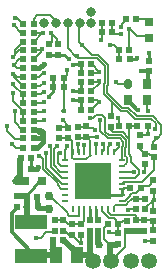
<source format=gbl>
G04 Layer_Physical_Order=4*
G04 Layer_Color=16711680*
%FSLAX24Y24*%
%MOIN*%
G70*
G01*
G75*
%ADD10R,0.0236X0.0217*%
%ADD14R,0.0217X0.0236*%
%ADD24C,0.0118*%
%ADD25C,0.0051*%
%ADD26C,0.0150*%
%ADD27C,0.0079*%
%ADD29C,0.0080*%
%ADD30C,0.0100*%
%ADD32C,0.0050*%
%ADD33C,0.0052*%
%ADD34C,0.0060*%
%ADD36C,0.0300*%
%ADD37C,0.0530*%
%ADD38C,0.0330*%
%ADD39C,0.0170*%
%ADD40C,0.0200*%
G04:AMPARAMS|DCode=41|XSize=33.5mil|YSize=25.6mil|CornerRadius=6.4mil|HoleSize=0mil|Usage=FLASHONLY|Rotation=90.000|XOffset=0mil|YOffset=0mil|HoleType=Round|Shape=RoundedRectangle|*
%AMROUNDEDRECTD41*
21,1,0.0335,0.0128,0,0,90.0*
21,1,0.0207,0.0256,0,0,90.0*
1,1,0.0128,0.0064,0.0103*
1,1,0.0128,0.0064,-0.0103*
1,1,0.0128,-0.0064,-0.0103*
1,1,0.0128,-0.0064,0.0103*
%
%ADD41ROUNDEDRECTD41*%
%ADD42R,0.0256X0.0335*%
%ADD43R,0.0300X0.0300*%
%ADD44R,0.0300X0.0300*%
%ADD45R,0.1071X0.0508*%
%ADD46R,0.0445X0.0579*%
%ADD47R,0.0197X0.0197*%
%ADD48R,0.1220X0.1220*%
%ADD49R,0.0098X0.0236*%
%ADD50R,0.0236X0.0098*%
%ADD51C,0.0120*%
D10*
X5768Y7098D02*
D03*
Y7453D02*
D03*
X1382Y2575D02*
D03*
Y2929D02*
D03*
X2759Y7652D02*
D03*
Y8006D02*
D03*
X2457Y7645D02*
D03*
Y7999D02*
D03*
X5470Y4623D02*
D03*
Y4977D02*
D03*
X5350Y2493D02*
D03*
Y2847D02*
D03*
X5645Y3993D02*
D03*
Y4347D02*
D03*
X3094Y5224D02*
D03*
Y4870D02*
D03*
X2783Y5217D02*
D03*
Y4862D02*
D03*
X3695Y5262D02*
D03*
Y4908D02*
D03*
X3400Y5257D02*
D03*
Y4903D02*
D03*
X5620Y1772D02*
D03*
Y2127D02*
D03*
X5330Y1773D02*
D03*
Y2127D02*
D03*
X5910Y1453D02*
D03*
Y1807D02*
D03*
X4743Y1340D02*
D03*
Y1695D02*
D03*
X5042Y1768D02*
D03*
Y2123D02*
D03*
X3508Y1650D02*
D03*
Y2004D02*
D03*
X3213Y1654D02*
D03*
Y2008D02*
D03*
X2921Y1780D02*
D03*
Y2134D02*
D03*
X3803Y1776D02*
D03*
Y2130D02*
D03*
X4091Y1772D02*
D03*
Y2126D02*
D03*
X5640Y2493D02*
D03*
Y2847D02*
D03*
X5915Y3462D02*
D03*
Y3108D02*
D03*
D14*
X1583Y6618D02*
D03*
X1937D02*
D03*
X1583Y6913D02*
D03*
X1937D02*
D03*
X1583Y5453D02*
D03*
X1937D02*
D03*
X1580Y8680D02*
D03*
X1934D02*
D03*
X1857Y4200D02*
D03*
X1503D02*
D03*
X1839Y3858D02*
D03*
X1484D02*
D03*
X2059Y2917D02*
D03*
X1705D02*
D03*
X2067Y2610D02*
D03*
X1713D02*
D03*
X2925Y1488D02*
D03*
X2571D02*
D03*
X1580Y4860D02*
D03*
X1934D02*
D03*
X3498Y6142D02*
D03*
X3852D02*
D03*
X3497Y6429D02*
D03*
X3852D02*
D03*
X3500Y6728D02*
D03*
X3854D02*
D03*
X3500Y7331D02*
D03*
X3854D02*
D03*
X2594Y6579D02*
D03*
X2949D02*
D03*
X2594Y6874D02*
D03*
X2949D02*
D03*
X3500Y7031D02*
D03*
X3854D02*
D03*
X1583Y4550D02*
D03*
X1937D02*
D03*
X1583Y5752D02*
D03*
X1937D02*
D03*
X1583Y6331D02*
D03*
X1937D02*
D03*
X1583Y6043D02*
D03*
X1937D02*
D03*
X1583Y7496D02*
D03*
X1937D02*
D03*
X1583Y7799D02*
D03*
X1937D02*
D03*
X1583Y8087D02*
D03*
X1937D02*
D03*
X1583Y8382D02*
D03*
X1937D02*
D03*
X1583Y7201D02*
D03*
X1937D02*
D03*
X1580Y5150D02*
D03*
X1934D02*
D03*
X4197Y8406D02*
D03*
X4551D02*
D03*
X4200Y8694D02*
D03*
X4554D02*
D03*
X3496Y5825D02*
D03*
X3851D02*
D03*
X4772Y7815D02*
D03*
X5126D02*
D03*
X4776Y7516D02*
D03*
X5130D02*
D03*
X5394Y5276D02*
D03*
X5749D02*
D03*
X4773Y5275D02*
D03*
X5127D02*
D03*
X4403Y1994D02*
D03*
X4757D02*
D03*
X4112Y1313D02*
D03*
X4466D02*
D03*
X5357Y8830D02*
D03*
X5003D02*
D03*
X5158Y3225D02*
D03*
X5512D02*
D03*
D24*
X5756Y6717D02*
Y7098D01*
X5528D02*
X5756D01*
X5527Y7097D02*
X5528Y7098D01*
X5756D02*
X5768D01*
X5071Y6138D02*
X5390Y5819D01*
X5071Y6138D02*
Y6150D01*
X5720Y6681D02*
X5756Y6717D01*
D25*
X5132Y8514D02*
X5363Y8283D01*
X5723Y4977D02*
X5758Y5012D01*
X5126Y7815D02*
Y8504D01*
X5915Y3110D02*
X5930Y3095D01*
X5910Y2820D02*
X5920Y2830D01*
X5910Y2810D02*
Y2820D01*
X4757Y1977D02*
X4903Y2123D01*
X4739Y1688D02*
X4757Y1706D01*
X3423Y4880D02*
X3695D01*
X3224Y4366D02*
Y4402D01*
X4597Y2209D02*
X4784Y2021D01*
X4210Y2441D02*
Y2530D01*
X4465Y1736D02*
X4506Y1695D01*
X2354Y1731D02*
X2642D01*
X2000Y1547D02*
X2169D01*
X1231Y7579D02*
X1451Y7799D01*
X4543Y8685D02*
X4551Y8677D01*
Y8425D02*
X4634Y8343D01*
X4551Y8677D02*
Y8702D01*
X4130Y6707D02*
Y6764D01*
X4110Y6071D02*
X4116Y6065D01*
X4039Y6142D02*
X4110Y6071D01*
X3893Y5804D02*
Y5853D01*
X2717Y8000D02*
Y8163D01*
X2440Y8000D02*
X2530Y8090D01*
X2891Y5789D02*
X2949Y5847D01*
X4201Y8406D02*
Y8673D01*
X4197Y8681D02*
X4211Y8695D01*
X4197Y8128D02*
Y8406D01*
X4735Y5545D02*
X4773Y5507D01*
X3697Y5257D02*
X3700Y5260D01*
X4866Y3161D02*
X4930Y3225D01*
X5323Y1772D02*
X5331D01*
X3400Y5257D02*
X3697D01*
X2815Y5248D02*
X3130D01*
X2945Y1811D02*
X3102Y1654D01*
X1811Y4157D02*
X1839Y4130D01*
X1260Y6680D02*
Y6710D01*
Y6653D02*
Y6680D01*
Y6653D02*
X1583Y6331D01*
X5910Y2457D02*
Y2800D01*
X5920Y2810D01*
X5834Y2724D02*
X5910Y2800D01*
X5834Y2708D02*
Y2724D01*
X5789Y2663D02*
X5834Y2708D01*
X5773Y2663D02*
X5789D01*
X5640Y2530D02*
X5773Y2663D01*
X5640Y2493D02*
Y2530D01*
X5930Y2820D02*
Y3095D01*
X3508Y1412D02*
X3510Y1410D01*
X3508Y1412D02*
Y1650D01*
X3456Y1410D02*
X3490D01*
X3213Y1654D02*
X3456Y1410D01*
X5620Y2127D02*
X5913D01*
X5386Y2071D02*
X5398Y2083D01*
X4210Y2441D02*
X4442Y2209D01*
X3700Y5224D02*
X3902D01*
X5920Y4580D02*
Y4755D01*
X3533Y7991D02*
X3879Y7644D01*
X3440Y8069D02*
Y8750D01*
Y8069D02*
X3535Y7974D01*
X3359Y7605D02*
X3421Y7543D01*
X3071Y7869D02*
X3350Y7590D01*
X3071Y7869D02*
Y8701D01*
X5910Y1820D02*
Y2103D01*
X5913Y2127D02*
X5920Y2120D01*
X3398Y4674D02*
X3421Y4650D01*
Y4402D02*
Y4650D01*
X1029Y5253D02*
X1038Y5262D01*
X5394Y5265D02*
X5425D01*
X5767Y3292D02*
X5950Y3475D01*
X5356Y3031D02*
X5531Y3206D01*
X3618Y4402D02*
Y4649D01*
X5935Y3950D02*
Y4255D01*
X5470Y4510D02*
X5650Y4330D01*
X4020Y4402D02*
Y4680D01*
X1329Y8911D02*
X1563Y8677D01*
X5360Y2845D02*
X5660D01*
X2358Y3891D02*
Y4378D01*
X4413Y4561D02*
X4525Y4673D01*
X5757Y8733D02*
X5785Y8705D01*
X5690Y8830D02*
X5775Y8745D01*
X2468Y4594D02*
X2527Y4536D01*
X4752Y7803D02*
X4776Y7780D01*
X2720Y4598D02*
Y4610D01*
X4894Y4146D02*
Y4591D01*
X2760Y4028D02*
Y4394D01*
X3209Y2004D02*
X3508D01*
X3205Y2008D02*
X3209Y2004D01*
X2917Y2161D02*
X3071Y2008D01*
X1200Y4690D02*
X1340Y4550D01*
X5936Y3821D02*
Y3952D01*
X5534Y3419D02*
X5936Y3821D01*
X4927Y3419D02*
X5534D01*
X4543Y8433D02*
X4551Y8425D01*
Y8461D02*
X4555Y8457D01*
X4543Y8468D02*
X4551Y8461D01*
Y8677D02*
X4555Y8673D01*
X4551Y8461D02*
Y8677D01*
Y8425D02*
Y8461D01*
Y8406D02*
Y8425D01*
Y8702D02*
X4552Y8703D01*
X4197Y8406D02*
Y8681D01*
X5628Y3735D02*
X5645Y3752D01*
Y3993D01*
X1240Y6097D02*
X1565Y5772D01*
X1240Y6097D02*
Y6387D01*
X1583Y6063D02*
Y6331D01*
Y6063D02*
X1585Y6065D01*
X5137Y5265D02*
X5175D01*
X5185Y5276D01*
X5171Y5262D02*
X5175Y5265D01*
X5185Y5276D02*
X5394D01*
X5737Y5012D02*
Y5275D01*
X5470Y4977D02*
X5723D01*
X4280Y4465D02*
Y4649D01*
X4017Y4682D02*
X4020Y4680D01*
X5620Y2106D02*
Y2127D01*
X5314Y1768D02*
X5318Y1772D01*
X5314Y1768D02*
X5314Y1768D01*
X4853Y8566D02*
X4875Y8588D01*
Y8680D01*
X3531Y7991D02*
X3533D01*
X3421Y7543D02*
X4035D01*
X2949Y5847D02*
Y6579D01*
X2628Y4506D02*
X2720Y4598D01*
X2628Y4263D02*
Y4506D01*
X2598Y4233D02*
X2628Y4263D01*
X2598Y3965D02*
Y4233D01*
X2968Y4492D02*
X3035Y4559D01*
X2968Y4437D02*
Y4492D01*
Y4437D02*
X2969Y4437D01*
Y4146D02*
Y4437D01*
X1307Y7661D02*
Y7811D01*
X1451Y7799D02*
X1583D01*
X4866Y3752D02*
X5272D01*
X5299D01*
X5180Y4084D02*
X5442Y3822D01*
X5180Y4084D02*
Y4250D01*
X4397Y4863D02*
X4814D01*
X4323Y5080D02*
X4439Y4964D01*
X4855D01*
X4595Y5065D02*
X4897D01*
X4505Y5155D02*
X4595Y5065D01*
X4894Y4591D02*
X4919Y4617D01*
Y4757D01*
X4814Y4863D02*
X4919Y4757D01*
X5096Y4334D02*
X5180Y4250D01*
X5096Y4334D02*
Y4507D01*
X5121Y4533D01*
Y4850D01*
X5096Y4875D02*
X5121Y4850D01*
X2118Y4291D02*
X2154D01*
X2257Y4188D01*
Y3849D02*
Y4188D01*
X2497Y3923D02*
Y4275D01*
X2527Y4305D02*
Y4536D01*
X2497Y4275D02*
X2527Y4305D01*
X2598Y3965D02*
X2811Y3752D01*
X2257Y3849D02*
X2736Y3370D01*
X2358Y3891D02*
X2891Y3358D01*
X2497Y3923D02*
X2865Y3555D01*
X2811Y3752D02*
X2968D01*
X2760Y4028D02*
X2839Y3949D01*
X2968D01*
X5089Y2482D02*
X5100Y2493D01*
X5350D01*
X4602Y2512D02*
X4610D01*
Y2530D01*
X4597Y2585D02*
X4655Y2643D01*
X5016D01*
X5060Y2687D01*
Y2695D01*
X5212Y2847D01*
X5350D01*
X5201Y3031D02*
X5356D01*
X5156Y2987D02*
X5201Y3031D01*
X4509Y2310D02*
X5185D01*
X4442Y2209D02*
X4597D01*
X4903Y2123D02*
X5042D01*
X4989Y2768D02*
X5156Y2935D01*
X4866Y2768D02*
X4989D01*
X4413Y2406D02*
X4509Y2310D01*
X4506Y1695D02*
X4743D01*
X4757Y1977D02*
Y1994D01*
Y1706D02*
Y1977D01*
X5339Y2130D02*
X5606D01*
X5348Y2149D02*
Y2275D01*
X5314Y2309D02*
X5348Y2275D01*
X5186Y2309D02*
X5314D01*
X5185Y2310D02*
X5186Y2309D01*
X1264Y7315D02*
X1445Y7496D01*
X1264Y7315D02*
X1378Y7201D01*
X3059Y6984D02*
Y7150D01*
X2949Y6874D02*
X3059Y6984D01*
X3879Y7644D02*
X4077D01*
X4035Y7543D02*
X4296Y7283D01*
X4077Y7644D02*
X4397Y7325D01*
X4083Y7031D02*
X4122Y7071D01*
X4138Y7087D01*
X2520Y2920D02*
X3071Y2369D01*
Y2318D02*
Y2369D01*
Y2318D02*
X3109Y2279D01*
X4413Y4402D02*
Y4561D01*
X4161Y5098D02*
Y5480D01*
X4154Y5488D02*
X4161Y5480D01*
Y5098D02*
X4397Y4863D01*
X4323Y5080D02*
Y5559D01*
X4505Y5155D02*
Y5243D01*
X4634Y8343D02*
X4835D01*
X4875Y8680D02*
X5010Y8815D01*
X2968Y4146D02*
X2969Y4146D01*
X3227Y4404D02*
Y4769D01*
X1029Y5121D02*
Y5253D01*
Y5121D02*
X1320Y4830D01*
X4772Y4563D02*
Y4673D01*
X4610Y4402D02*
X4772Y4563D01*
X5020Y4575D02*
Y4799D01*
X4995Y4549D02*
X5020Y4575D01*
X4855Y4964D02*
X5020Y4799D01*
X4897Y5065D02*
X5088Y4875D01*
X5096D01*
X4995Y4291D02*
Y4549D01*
X4866Y2996D02*
Y3007D01*
X4860Y2990D02*
X4866Y2996D01*
X4430Y2960D02*
X4444Y2974D01*
X4217Y4402D02*
X4280Y4465D01*
X4011Y4410D02*
X4020Y4402D01*
X3400Y4903D02*
X3423Y4880D01*
X3109Y2279D02*
X3429D01*
Y2512D01*
X4927Y3419D02*
X4928Y3420D01*
X4866Y3358D02*
X4927Y3419D01*
X4928Y3420D02*
X4935D01*
X5442Y3682D02*
Y3822D01*
X6020Y4875D02*
Y4875D01*
Y4875D02*
X6030Y4865D01*
X5920Y4755D02*
X6030Y4865D01*
X4197Y8128D02*
X4205Y8120D01*
X5003Y8830D02*
Y8867D01*
X5357Y8830D02*
X5690D01*
X5657Y8283D02*
X5750Y8190D01*
X5363Y8283D02*
X5657D01*
X4675Y6740D02*
X4734Y6681D01*
X5071D01*
X4858Y3161D02*
X4866D01*
X4930Y3225D02*
X5158D01*
X5579Y3292D02*
X5767D01*
X5512Y3225D02*
X5579Y3292D01*
X5156Y2935D02*
Y2987D01*
X5640Y2493D02*
X5688D01*
X5358Y2847D02*
X5360Y2845D01*
X5350Y2847D02*
X5358D01*
X5315Y3555D02*
X5442Y3682D01*
X4866Y3555D02*
X5315D01*
X5645Y4347D02*
X5793D01*
X5470Y4510D02*
Y4623D01*
X5793Y4347D02*
X5905Y4235D01*
X5925Y4230D02*
X5928Y4233D01*
X5930D01*
X4564Y6044D02*
X4834Y5774D01*
X4276Y6332D02*
X4564Y6044D01*
X4564D02*
X4564D01*
X4552Y6033D02*
X4564Y6044D01*
X4552Y5608D02*
Y6033D01*
X5860Y5500D02*
X6000Y5360D01*
X5327Y5500D02*
X5860D01*
X5053Y5774D02*
X5327Y5500D01*
X4834Y5774D02*
X5053D01*
X4276Y6332D02*
Y6673D01*
X4385Y6365D02*
Y6640D01*
X6065Y4880D02*
X6180Y4995D01*
Y5323D01*
X5902Y5602D02*
X6180Y5323D01*
X5368Y5602D02*
X5902D01*
X5095Y5875D02*
X5368Y5602D01*
X4875Y5875D02*
X5095D01*
X4385Y6365D02*
X4875Y5875D01*
X4773Y5275D02*
Y5507D01*
X5096Y4875D02*
Y5251D01*
Y4875D02*
X5100D01*
X5096Y5251D02*
X5115Y5270D01*
X4995Y4291D02*
X5060Y4226D01*
X4535Y5590D02*
X4552Y5608D01*
X6000Y5180D02*
Y5360D01*
X4866Y2768D02*
Y2786D01*
X1300Y5402D02*
Y5760D01*
Y5402D02*
X1552Y5150D01*
X1573D01*
X1320Y4830D02*
X1560D01*
X1340Y4550D02*
X1583D01*
X1280Y7010D02*
X1377Y6913D01*
X1280Y6921D02*
Y7010D01*
Y6921D02*
X1583Y6618D01*
X1377Y6913D02*
X1583D01*
X1583Y5733D02*
X1590Y5740D01*
X1583Y5453D02*
Y5733D01*
X2510Y8370D02*
X2717Y8163D01*
X2520Y8350D02*
X2530Y8340D01*
Y8090D02*
Y8340D01*
X2374Y8051D02*
X2425Y8000D01*
X2440D01*
X2417D02*
X2425D01*
X1280Y8630D02*
X1528Y8382D01*
X1583D01*
X1563Y8677D02*
X1579D01*
X4846Y3551D02*
X4858D01*
X5386Y2071D02*
X5386D01*
X3815Y2126D02*
X3815Y2126D01*
X4012Y2181D02*
X4016Y2177D01*
X5071Y6681D02*
Y6701D01*
X4224Y5658D02*
X4323Y5559D01*
X4018Y5658D02*
X4224D01*
X3907Y5547D02*
X4018Y5658D01*
X4138Y5488D02*
X4154D01*
X3819Y5547D02*
X3907D01*
X4543Y8409D02*
X4547D01*
X4551Y8406D01*
X3902Y5224D02*
X3961Y5165D01*
X4504Y7984D02*
X4602D01*
X2891Y3161D02*
X2949D01*
X2846Y3185D02*
X2949D01*
X2736Y3295D02*
X2846Y3185D01*
X2736Y3295D02*
Y3370D01*
X2891Y3358D02*
X2968D01*
X3114Y4882D02*
X3227Y4769D01*
X3224Y4402D02*
X3227Y4404D01*
X2307Y4390D02*
X2319Y4402D01*
X3398Y4870D02*
X3402Y4866D01*
X3096Y4900D02*
X3102Y4906D01*
X3224Y4205D02*
Y4366D01*
X3693Y4161D02*
X3831Y4299D01*
X3268Y4161D02*
X3693D01*
X3224Y4205D02*
X3268Y4161D01*
X3094Y5248D02*
Y5276D01*
X2807Y5240D02*
X2815Y5248D01*
X3224Y4366D02*
X3236Y4378D01*
X2807Y4886D02*
X3083D01*
X1583Y5752D02*
X1587D01*
X1583Y6618D02*
X1587D01*
X1583Y6913D02*
X1587D01*
X1378Y7201D02*
X1583D01*
X1591D01*
X1583Y7496D02*
X1591D01*
X1445D02*
X1583D01*
X1307Y7811D02*
X1583Y8087D01*
X2949Y6579D02*
Y6874D01*
X3852Y6142D02*
X4039D01*
X3893Y5853D02*
X4110Y6071D01*
X3854Y6728D02*
X4098D01*
X3852Y6429D02*
X4130Y6707D01*
X4132Y6762D02*
X4134Y6764D01*
X2713Y8012D02*
Y8031D01*
X3854Y7031D02*
X4083D01*
X3854Y7331D02*
X3878D01*
X4126Y7083D01*
X4776Y7516D02*
Y7780D01*
X4602Y7984D02*
X4772Y7815D01*
X5016Y4021D02*
X5060Y4065D01*
X5013Y4021D02*
X5016D01*
X4957Y3965D02*
X5013Y4021D01*
X3609Y2495D02*
X3626Y2512D01*
X3609Y2113D02*
Y2495D01*
X3508Y2012D02*
X3609Y2113D01*
X5339Y2165D02*
Y2175D01*
X4413Y2406D02*
Y2512D01*
X3071Y2008D02*
X3205D01*
X3213D01*
X3102Y1654D02*
X3213D01*
X2618Y2154D02*
X2638Y2134D01*
X2642D01*
X2921D01*
X2474Y1191D02*
X2602Y1063D01*
X1500Y3858D02*
X1536Y3822D01*
X2091Y3413D02*
X2154Y3476D01*
X4858Y3752D02*
X4866D01*
X4858Y3358D02*
X4866D01*
X2642Y1731D02*
Y1780D01*
X2169Y1547D02*
X2354Y1731D01*
X5060Y4075D02*
Y4226D01*
X2865Y3555D02*
X2968D01*
X4276Y6673D02*
X4296Y6693D01*
X4385Y6640D02*
X4397Y6651D01*
Y7325D01*
X4296Y6693D02*
Y7283D01*
X4543Y8468D02*
Y8685D01*
X2902Y5469D02*
X3094Y5276D01*
X3673Y5224D02*
X3689Y5240D01*
D26*
X2055Y5150D02*
X2235Y4970D01*
X2067Y2551D02*
X2419D01*
X2048Y3858D02*
X2090Y3900D01*
X2059Y2591D02*
Y2917D01*
X1831Y3854D02*
X1835Y3850D01*
X2035Y2567D02*
X2059Y2591D01*
X2230Y5080D02*
X2240Y5070D01*
X2160Y5150D02*
X2230Y5080D01*
X2055Y5150D02*
X2160D01*
X1975Y4873D02*
X2238D01*
Y4734D02*
Y4873D01*
X2235Y4881D02*
Y4970D01*
X1966Y4883D02*
X1975Y4873D01*
X2055Y4550D02*
X2170Y4665D01*
X2055Y4551D02*
X2238Y4734D01*
X1934Y5150D02*
X2055D01*
X1937Y4550D02*
X2055D01*
X2112Y7201D02*
X2267Y7356D01*
X1937Y7201D02*
X2112D01*
X2430Y2540D02*
X2450D01*
X2419Y2551D02*
X2430Y2540D01*
X1839Y3858D02*
X2048D01*
D27*
X5720Y5819D02*
X5756Y5783D01*
X5720Y5819D02*
Y6150D01*
D29*
X5617Y1453D02*
X5910D01*
X2226Y6047D02*
X2283Y6104D01*
X2215Y7799D02*
X2240Y7824D01*
X2210Y8360D02*
X2250D01*
X1933Y8677D02*
Y8848D01*
X2122Y6913D02*
X2275Y7067D01*
X1937Y6047D02*
X2226D01*
X2255Y5453D02*
X2283Y5480D01*
X2251Y5752D02*
X2285Y5785D01*
X5610Y1460D02*
X5617Y1453D01*
X1375Y2575D02*
X1380Y2580D01*
X2221Y7824D02*
Y7827D01*
X1937Y7799D02*
X2215D01*
X1937Y7496D02*
X2221Y7780D01*
X1937Y5453D02*
X2255D01*
X1937Y5752D02*
X2251D01*
X2177Y6331D02*
X2259Y6413D01*
X1937Y6331D02*
X2177D01*
X2159Y6618D02*
X2265Y6724D01*
X1937Y6618D02*
X2159D01*
X1937Y6913D02*
X2122D01*
X1937Y8087D02*
X2210Y8360D01*
X2228Y8382D02*
X2230Y8380D01*
X1937Y8382D02*
X2228D01*
X2485Y8965D02*
X2690Y8760D01*
X2050Y8965D02*
X2485D01*
X1933Y8848D02*
X2050Y8965D01*
D30*
X5375Y7516D02*
X5392Y7533D01*
X5768Y7453D02*
Y7728D01*
X3490Y7025D02*
X3500Y7035D01*
X3230Y6142D02*
X3498D01*
X2417Y7646D02*
X2717D01*
X2594Y6586D02*
X2625Y6555D01*
X1960Y3270D02*
X2180Y3490D01*
X3823Y2130D02*
Y2512D01*
X2962Y7652D02*
X3099Y7515D01*
X2759Y7652D02*
X2962D01*
X3213Y6159D02*
X3230Y6142D01*
X5768Y7728D02*
X5773Y7733D01*
X3244Y6445D02*
X3481D01*
X2431Y6282D02*
X2594Y6445D01*
Y6579D01*
X3481Y6445D02*
X3497Y6429D01*
X4504Y1260D02*
X4510Y1254D01*
X4866Y3007D02*
Y3161D01*
Y3007D02*
X4871Y3002D01*
X4866Y3161D02*
Y3161D01*
Y2995D02*
Y2996D01*
Y2995D02*
X4871Y2990D01*
X4442Y2960D02*
X4447Y2965D01*
X4866D01*
X5130Y7516D02*
X5375D01*
X1960Y3245D02*
Y3270D01*
X1705Y2989D02*
X1960Y3245D01*
X1705Y2917D02*
Y2989D01*
X1855Y3865D02*
X1857Y3867D01*
Y4200D01*
X3490Y5850D02*
X3498Y5858D01*
Y6142D01*
X3500Y6440D02*
Y6728D01*
X3255Y7330D02*
X3256Y7331D01*
X3500D01*
Y7035D02*
Y7331D01*
X2594Y6586D02*
Y6874D01*
X4066Y1747D02*
X4091Y1772D01*
X3823Y2130D02*
X3831Y2122D01*
X4020Y2512D02*
X4021Y2510D01*
Y2144D02*
Y2510D01*
Y2144D02*
X4043Y2122D01*
D32*
X3695Y4908D02*
X3806Y4796D01*
Y4572D02*
Y4796D01*
X3806Y4571D02*
X3806Y4572D01*
X3806Y4404D02*
Y4571D01*
X3695Y4908D02*
X4022D01*
X4030Y4900D01*
D33*
X5331Y1772D02*
X5357Y1746D01*
X5330Y1773D02*
X5331Y1772D01*
X4285Y1517D02*
X4452Y1349D01*
X4285Y1517D02*
Y1876D01*
X4403Y1994D01*
D34*
X4621Y888D02*
X4975Y1242D01*
Y1702D01*
X5042Y1768D01*
D36*
X2453Y2514D02*
D03*
X2462Y2928D02*
D03*
D37*
X5770Y760D02*
D03*
X5179D02*
D03*
X4510Y770D02*
D03*
X3919D02*
D03*
D38*
X2283Y8701D02*
D03*
X3858D02*
D03*
X2677D02*
D03*
X3071D02*
D03*
X3465D02*
D03*
X3832Y9083D02*
D03*
D39*
X1260Y6680D02*
D03*
X5930Y2820D02*
D03*
X3500Y1390D02*
D03*
X2230Y5080D02*
D03*
X5630Y1450D02*
D03*
X2217Y7831D02*
D03*
X5621Y3733D02*
D03*
X2240Y8380D02*
D03*
X3249Y6145D02*
D03*
X5744Y5007D02*
D03*
X4002Y4677D02*
D03*
X4245Y4671D02*
D03*
X3627Y4659D02*
D03*
X3407Y4660D02*
D03*
X1326Y3449D02*
D03*
X4845Y8568D02*
D03*
X5769Y7707D02*
D03*
X5514Y7099D02*
D03*
X3535Y7974D02*
D03*
X3372Y7595D02*
D03*
X2935Y5787D02*
D03*
X2274Y5775D02*
D03*
X2272Y5465D02*
D03*
X2476Y4594D02*
D03*
X2799Y4366D02*
D03*
X1240Y6387D02*
D03*
X2274Y6090D02*
D03*
X1307Y8890D02*
D03*
X1238Y7572D02*
D03*
X5272Y3752D02*
D03*
X4749Y4687D02*
D03*
X2118Y4291D02*
D03*
X2357Y4376D02*
D03*
X2085Y3900D02*
D03*
X5084Y2481D02*
D03*
X4459Y1728D02*
D03*
X5122Y8504D02*
D03*
X1264Y7315D02*
D03*
X2274Y7043D02*
D03*
X1321Y5780D02*
D03*
X2920Y5490D02*
D03*
X2717Y4606D02*
D03*
X3244Y6445D02*
D03*
X4474Y7976D02*
D03*
X2272Y7354D02*
D03*
X2274Y6724D02*
D03*
X2274Y6405D02*
D03*
X3059Y7150D02*
D03*
X3255Y7310D02*
D03*
X3105Y7515D02*
D03*
X4122Y7071D02*
D03*
X4126Y6764D02*
D03*
X2435Y6254D02*
D03*
X4114Y6075D02*
D03*
X4470Y4680D02*
D03*
X3968Y5150D02*
D03*
X4030Y4900D02*
D03*
X4835Y8343D02*
D03*
X4191Y8137D02*
D03*
X3057Y4602D02*
D03*
X1029Y5268D02*
D03*
X5378Y7532D02*
D03*
X6020Y4875D02*
D03*
X4665Y6740D02*
D03*
X4755Y5530D02*
D03*
X5992Y5169D02*
D03*
X1200Y4687D02*
D03*
X1260Y7017D02*
D03*
X2510Y8370D02*
D03*
X1280Y8640D02*
D03*
X5406Y5819D02*
D03*
X5752Y5772D02*
D03*
X4138Y5488D02*
D03*
X3819Y5547D02*
D03*
X3921Y3937D02*
D03*
X3429D02*
D03*
X4417D02*
D03*
X3429Y2953D02*
D03*
X3921Y2949D02*
D03*
X4417D02*
D03*
X3429Y3445D02*
D03*
X3921D02*
D03*
X4417D02*
D03*
X2004Y1559D02*
D03*
D40*
X1484Y4184D02*
X1510Y4210D01*
X5614Y1773D02*
X5620Y1778D01*
X3822Y758D02*
Y858D01*
X1717Y2929D02*
X1717Y2929D01*
X1705Y2587D02*
Y2917D01*
X1701Y2890D02*
Y2929D01*
X4091Y1352D02*
X4130Y1313D01*
X1410Y3450D02*
X1655D01*
X1368Y3407D02*
X1627D01*
X1326Y3449D02*
X1368Y3407D01*
X1347Y3464D02*
X1484Y3601D01*
Y3858D01*
X5330Y1773D02*
X5614D01*
X5042Y1768D02*
X5314D01*
X4466Y1313D02*
X4712D01*
X4466Y884D02*
Y1313D01*
X4712D02*
X4738Y1339D01*
X4466Y884D02*
X4497Y853D01*
X4091Y1352D02*
Y1772D01*
X3715Y965D02*
X3822Y858D01*
X3368Y965D02*
X3715D01*
X3822Y858D02*
Y1756D01*
X3803Y1776D02*
X3822Y1756D01*
X1375Y2575D02*
X1382D01*
X1484Y3858D02*
Y4184D01*
X2571Y1157D02*
Y1488D01*
Y1157D02*
X2618Y1110D01*
X2925Y1465D02*
Y1488D01*
Y1465D02*
X3229Y1161D01*
X3252D01*
X3311Y1102D01*
Y1024D02*
Y1102D01*
X1713Y2079D02*
X1713Y2079D01*
X1933Y965D02*
X2671D01*
X1713Y2220D02*
Y2551D01*
Y2220D02*
X1728Y2205D01*
X1693Y2575D02*
X1705Y2587D01*
X1382Y2929D02*
X1701D01*
D41*
X5071Y6681D02*
D03*
D42*
X5720D02*
D03*
X5071Y6150D02*
D03*
X5720D02*
D03*
D43*
X5770Y8745D02*
D03*
Y8195D02*
D03*
D44*
X1655Y3450D02*
D03*
X2205D02*
D03*
D45*
X1846Y955D02*
D03*
Y2061D02*
D03*
D46*
X2671Y965D02*
D03*
X3368D02*
D03*
D47*
X4505Y5597D02*
D03*
Y5243D02*
D03*
X5930Y4587D02*
D03*
Y4233D02*
D03*
X5910Y2457D02*
D03*
Y2103D02*
D03*
X2642Y2134D02*
D03*
Y1780D02*
D03*
D48*
X3921Y3457D02*
D03*
D49*
X4610Y4402D02*
D03*
X4413D02*
D03*
X4217D02*
D03*
X4020D02*
D03*
X3823D02*
D03*
X3626D02*
D03*
X3429D02*
D03*
X3232D02*
D03*
Y2512D02*
D03*
X3429D02*
D03*
X3626D02*
D03*
X3823D02*
D03*
X4020D02*
D03*
X4217D02*
D03*
X4413D02*
D03*
X4610D02*
D03*
D50*
X2976Y4146D02*
D03*
Y3949D02*
D03*
Y3752D02*
D03*
Y3555D02*
D03*
Y3358D02*
D03*
Y3161D02*
D03*
Y2965D02*
D03*
Y2768D02*
D03*
X4866D02*
D03*
Y2965D02*
D03*
Y3161D02*
D03*
Y3358D02*
D03*
Y3555D02*
D03*
Y3752D02*
D03*
Y3949D02*
D03*
Y4146D02*
D03*
D51*
X1860Y1030D02*
Y1089D01*
X1201Y1748D02*
X1860Y1089D01*
X1201Y1748D02*
Y2361D01*
X1382Y2541D01*
Y2575D01*
M02*

</source>
